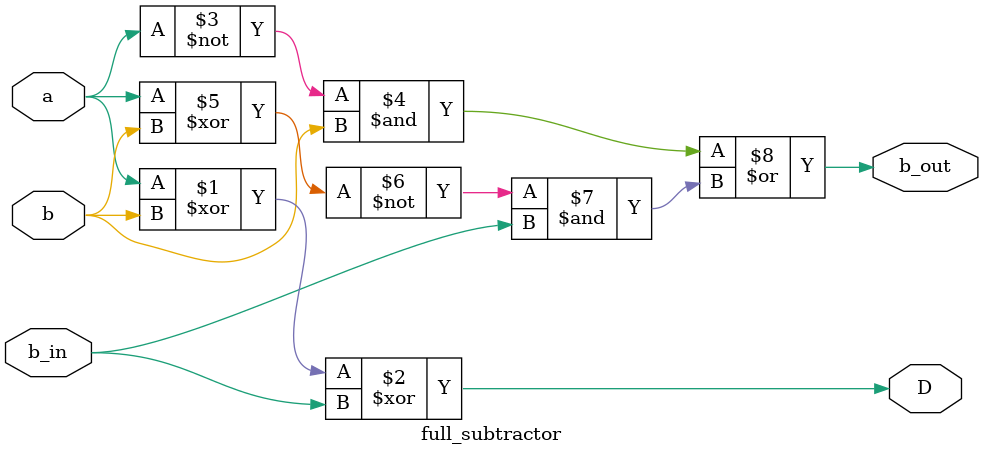
<source format=v>
module full_subtractor(input a, b, b_in, output D, b_out);
  assign D = a ^ b ^ b_in;
  assign b_out = (~a & b) | (~(a ^ b) & b_in);
endmodule

</source>
